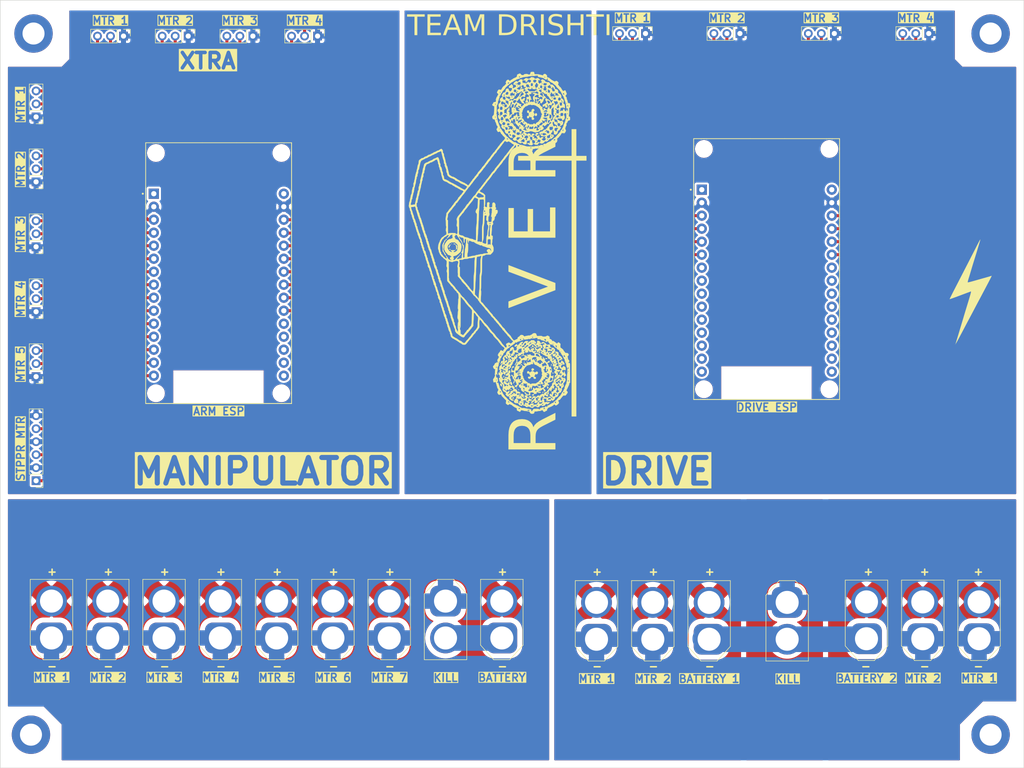
<source format=kicad_pcb>
(kicad_pcb (version 20240108) (generator "pcbnew") (generator_version "8.0")
  (layers (0 "F.Cu" signal) (31 "B.Cu" signal) (37 "F.SilkS" user "F.Silkscreen") (38 "B.Mask" user) (39 "F.Mask" user) (44 "Edge.Cuts" user))
  (net 0 "")
  (net 1 "PWMA3")
  (net 2 "DIRL1")
  (net 4 "DIRA5")
  (net 5 "PWMA4")
  (net 6 "DIRA3")
  (net 7 "PWML2")
  (net 8 "DIRL2")
  (net 9 "EXTRA DIRL1")
  (net 10 "PWML1")
  (net 11 "EXTRA PWMR2")
  (net 13 "DIRA4")
  (net 14 "PWMST2")
  (net 15 "PWMA5")
  (net 16 "GNDA")
  (net 18 "PWMST1")
  (net 20 "PWMA2")
  (net 21 "12V")
  (net 22 "EXTRA PWML2")
  (net 23 "14V")
  (net 24 "KILLOUT")
  (net 25 "GND")
  (net 26 "DIRA2")
  (net 27 "EXTRA PWML1")
  (net 28 "EXTRA DIRL2")
  (net 30 "PWMR1")
  (net 31 "PWMR2")
  (net 32 "DIRR2")
  (net 33 "DIRR1")
  (net 34 "DIRA1")
  (net 36 "PWMA1")
  (net 37 "EXTRA DIRR2")
  (net 39 "DIRST1")
  (net 40 "EXTRA DIRR1")
  (net 41 "EXTRA PWMR1")
  (net 62 "12V ARM")
  (net 63 "BAT GROUND")
  (net 64 "GND KILLIN")
  (net 65 "GNDESP")
  (footprint "Connector_PinHeader_2.54mm:PinHeader_1x03_P2.54mm_Vertical" (layer "F.Cu") (at 1101.466666 207.5 -90)
    (property "Reference" "MTR 3" (at -3 2.57 0) (layer "F.SilkS" knockout) (effects (font (size 1.5 1.5) (thickness 0.3))))
    (property "Value" "SINGMOTORPWMR1")
    (pad "1" thru_hole rect (at 0 0 270) (size 1.7 1.7) (drill 1) (layers "*.Cu" "*.Mask") (net 25 "GND"))
    (pad "2" thru_hole oval (at 0 2.54 270) (size 1.7 1.7) (drill 1) (layers "*.Cu" "*.Mask") (net 30 "PWMR1"))
    (pad "3" thru_hole oval (at 0 5.08 270) (size 1.7 1.7) (drill 1) (layers "*.Cu" "*.Mask") (net 33 "DIRR1"))
  )
  (footprint "LOGO" (layer "F.Cu") (at 1033.5 250 90)
    (property "Reference" "G***" (hide yes))
    (property "Value" "LOGO" (hide yes))
  )
  (footprint "Connector_AMASS:AMASS_XT60-F_1x02_P7.20mm_Vertical" (layer "F.Cu") (at 959.5 325.6 90)
    (property "Reference" "MTR 2" (at -7.75 0 0) (layer "F.SilkS" knockout) (effects (font (size 1.5 1.5) (thickness 0.3) (bold yes))))
    (property "Value" "CONN31")
    (pad "1" thru_hole roundrect (at 0 0 90) (size 6 6) (drill 4.5) (layers "*.Cu" "*.Mask") (net 16 "GNDA"))
    (pad "2" thru_hole circle (at 7.2 0 90) (size 6 6) (drill 4.5) (layers "*.Cu" "*.Mask") (net 62 "12V ARM"))
  )
  (footprint "Connector_PinHeader_2.54mm:PinHeader_1x03_P2.54mm_Vertical" (layer "F.Cu") (at 1119.915 207.5 -90)
    (property "Reference" "MTR 4" (at -3 2.57 0) (layer "F.SilkS" knockout) (effects (font (size 1.5 1.5) (thickness 0.3) (bold yes))))
    (property "Value" "SINGMOTORPWMR2")
    (pad "1" thru_hole rect (at 0 0 270) (size 1.7 1.7) (drill 1) (layers "*.Cu" "*.Mask") (net 25 "GND"))
    (pad "2" thru_hole oval (at 0 2.54 270) (size 1.7 1.7) (drill 1) (layers "*.Cu" "*.Mask") (net 31 "PWMR2"))
    (pad "3" thru_hole oval (at 0 5.08 270) (size 1.7 1.7) (drill 1) (layers "*.Cu" "*.Mask") (net 32 "DIRR2"))
  )
  (footprint "Connector_AMASS:AMASS_XT60-F_1x02_P7.20mm_Vertical" (layer "F.Cu") (at 1107.75 325.75 90)
    (property "Reference" "BATTERY 2" (at -7.75 0 0) (layer "F.SilkS" knockout) (effects (font (size 1.5 1.5) (thickness 0.3) (bold yes))))
    (property "Value" "BATTERY1")
    (pad "1" thru_hole roundrect (at 0 0 90) (size 6 6) (drill 4.5) (layers "*.Cu" "*.Mask") (net 63 "BAT GROUND"))
    (pad "2" thru_hole circle (at 7.2 0 90) (size 6 6) (drill 4.5) (layers "*.Cu" "*.Mask") (net 21 "12V"))
  )
  (footprint "Connector_PinHeader_2.54mm:PinHeader_1x03_P2.54mm_Vertical" (layer "F.Cu") (at 945.5 249.168 180)
    (property "Reference" "MTR 3" (at 3 2.396 -90) (layer "F.SilkS" knockout) (effects (font (size 1.5 1.5) (thickness 0.3) (bold yes))))
    (property "Value" "ARMMOTORPWM3")
    (pad "1" thru_hole rect (at 0 0 180) (size 1.7 1.7) (drill 1) (layers "*.Cu" "*.Mask") (net 65 "GNDESP"))
    (pad "2" thru_hole oval (at 0 2.54 180) (size 1.7 1.7) (drill 1) (layers "*.Cu" "*.Mask") (net 1 "PWMA3"))
    (pad "3" thru_hole oval (at 0 5.08 180) (size 1.7 1.7) (drill 1) (layers "*.Cu" "*.Mask") (net 6 "DIRA3"))
  )
  (footprint "Connector_AMASS:AMASS_XT60-F_1x02_P7.20mm_Vertical" (layer "F.Cu") (at 970.5 325.6 90)
    (property "Reference" "MTR 3" (at -7.75 0 0) (layer "F.SilkS" knockout) (effects (font (size 1.5 1.5) (thickness 0.3) (bold yes))))
    (property "Value" "CONN32")
    (pad "1" thru_hole roundrect (at 0 0 90) (size 6 6) (drill 4.5) (layers "*.Cu" "*.Mask") (net 16 "GNDA"))
    (pad "2" thru_hole circle (at 7.2 0 90) (size 6 6) (drill 4.5) (layers "*.Cu" "*.Mask") (net 62 "12V ARM"))
  )
  (footprint "Connector_PinHeader_2.54mm:PinHeader_1x03_P2.54mm_Vertical" (layer "F.Cu") (at 1083.018333 207.5 -90)
    (property "Reference" "MTR 2" (at -3 2.57 0) (layer "F.SilkS" knockout) (effects (font (size 1.5 1.5) (thickness 0.3) (bold yes))))
    (property "Value" "SINGMOTORPWML1")
    (pad "1" thru_hole rect (at 0 0 270) (size 1.7 1.7) (drill 1) (layers "*.Cu" "*.Mask") (net 25 "GND"))
    (pad "2" thru_hole oval (at 0 2.54 270) (size 1.7 1.7) (drill 1) (layers "*.Cu" "*.Mask") (net 10 "PWML1"))
    (pad "3" thru_hole oval (at 0 5.08 270) (size 1.7 1.7) (drill 1) (layers "*.Cu" "*.Mask") (net 2 "DIRL1"))
  )
  (footprint "Connector_PinHeader_2.54mm:PinHeader_1x03_P2.54mm_Vertical" (layer "F.Cu") (at 987.86 208 -90)
    (property "Reference" "MTR 3" (at -3 2.57 0) (layer "F.SilkS" knockout) (effects (font (size 1.5 1.5) (thickness 0.3) (bold yes))))
    (property "Value" "SINGMOTORPWML1")
    (pad "1" thru_hole rect (at 0 0 270) (size 1.7 1.7) (drill 1) (layers "*.Cu" "*.Mask") (net 65 "GNDESP"))
    (pad "2" thru_hole oval (at 0 2.54 270) (size 1.7 1.7) (drill 1) (layers "*.Cu" "*.Mask") (net 41 "EXTRA PWMR1"))
    (pad "3" thru_hole oval (at 0 5.08 270) (size 1.7 1.7) (drill 1) (layers "*.Cu" "*.Mask") (net 40 "EXTRA DIRR1"))
  )
  (footprint "Connector_AMASS:AMASS_XT60-F_1x02_P7.20mm_Vertical" (layer "F.Cu") (at 981.5 325.6 90)
    (property "Reference" "MTR 4" (at -7.75 0 0) (layer "F.SilkS" knockout) (effects (font (size 1.5 1.5) (thickness 0.3) (bold yes))))
    (property "Value" "STEPPERPOWER")
    (pad "1" thru_hole roundrect (at 0 0 90) (size 6 6) (drill 4.5) (layers "*.Cu" "*.Mask") (net 16 "GNDA"))
    (pad "2" thru_hole circle (at 7.2 0 90) (size 6 6) (drill 4.5) (layers "*.Cu" "*.Mask") (net 62 "12V ARM"))
  )
  (footprint "Connector_PinHeader_2.54mm:PinHeader_1x03_P2.54mm_Vertical" (layer "F.Cu") (at 1000.5 208 -90)
    (property "Reference" "MTR 4" (at -3 2.57 0) (layer "F.SilkS" knockout) (effects (font (size 1.5 1.5) (thickness 0.3) (bold yes))))
    (property "Value" "SINGMOTORPWML1")
    (pad "1" thru_hole rect (at 0 0 270) (size 1.7 1.7) (drill 1) (layers "*.Cu" "*.Mask") (net 65 "GNDESP"))
    (pad "2" thru_hole oval (at 0 2.54 270) (size 1.7 1.7) (drill 1) (layers "*.Cu" "*.Mask") (net 11 "EXTRA PWMR2"))
    (pad "3" thru_hole oval (at 0 5.08 270) (size 1.7 1.7) (drill 1) (layers "*.Cu" "*.Mask") (net 37 "EXTRA DIRR2"))
  )
  (footprint "Connector_AMASS:AMASS_XT60-F_1x02_P7.20mm_Vertical" (layer "F.Cu") (at 1066 325.85 90)
    (property "Reference" "MTR 2" (at -7.75 0 0) (layer "F.SilkS" knockout) (effects (font (size 1.5 1.5) (thickness 0.3) (bold yes))))
    (property "Value" "CONN21")
    (pad "1" thru_hole roundrect (at 0 0 90) (size 6 6) (drill 4.5) (layers "*.Cu" "*.Mask") (net 24 "KILLOUT"))
    (pad "2" thru_hole circle (at 7.2 0 90) (size 6 6) (drill 4.5) (layers "*.Cu" "*.Mask") (net 23 "14V"))
  )
  (footprint "Connector_PinHeader_2.54mm:PinHeader_1x03_P2.54mm_Vertical" (layer "F.Cu") (at 945.5 261.854 180)
    (property "Reference" "MTR 4" (at 3 2.396 -90) (layer "F.SilkS" knockout) (effects (font (size 1.5 1.5) (thickness 0.3) (bold yes))))
    (property "Value" "ARMMOTORPWM4")
    (pad "1" thru_hole rect (at 0 0 180) (size 1.7 1.7) (drill 1) (layers "*.Cu" "*.Mask") (net 65 "GNDESP"))
    (pad "2" thru_hole oval (at 0 2.54 180) (size 1.7 1.7) (drill 1) (layers "*.Cu" "*.Mask") (net 5 "PWMA4"))
    (pad "3" thru_hole oval (at 0 5.08 180) (size 1.7 1.7) (drill 1) (layers "*.Cu" "*.Mask") (net 13 "DIRA4"))
  )
  (footprint "Connector_AMASS:AMASS_XT60-F_1x02_P7.20mm_Vertical" (layer "F.Cu") (at 1014.5 325.6 90)
    (property "Reference" "MTR 7" (at -7.75 0 0) (layer "F.SilkS" knockout) (effects (font (size 1.5 1.5) (thickness 0.3) (bold yes))))
    (property "Value" "CONN33")
    (pad "1" thru_hole roundrect (at 0 0 90) (size 6 6) (drill 4.5) (layers "*.Cu" "*.Mask") (net 16 "GNDA"))
    (pad "2" thru_hole circle (at 7.2 0 90) (size 6 6) (drill 4.5) (layers "*.Cu" "*.Mask") (net 62 "12V ARM"))
  )
  (footprint "MountingHole:MountingHole_4.3mm_M4_DIN965_Pad" (layer "F.Cu") (at 944.5 344.5)
    (property "Reference" "H3" (hide yes))
    (property "Value" "MountingHole")
    (pad "1" thru_hole circle (at 0 0) (size 7.5 7.5) (drill 4.3) (layers "*.Cu" "*.Mask"))
  )
  (footprint "Connector_PinHeader_2.54mm:PinHeader_1x03_P2.54mm_Vertical" (layer "F.Cu") (at 945.5 236.482 180)
    (property "Reference" "MTR 2" (at 3 2.396 90) (layer "F.SilkS" knockout) (effects (font (size 1.5 1.5) (thickness 0.3) (bold yes))))
    (property "Value" "ARMMOTORPWM2")
    (pad "1" thru_hole rect (at 0 0 180) (size 1.7 1.7) (drill 1) (layers "*.Cu" "*.Mask") (net 65 "GNDESP"))
    (pad "2" thru_hole oval (at 0 2.54 180) (size 1.7 1.7) (drill 1) (layers "*.Cu" "*.Mask") (net 20 "PWMA2"))
    (pad "3" thru_hole oval (at 0 5.08 180) (size 1.7 1.7) (drill 1) (layers "*.Cu" "*.Mask") (net 26 "DIRA2"))
  )
  (footprint "ESP32-DEVKIT-V1:MODULE_ESP32_DEVKIT_V1" (layer "F.Cu") (at 981.2 254.315)
    (property "Reference" "ARM ESP" (at 0 27 0) (layer "F.SilkS" knockout) (effects (font (size 1.5 1.5) (thickness 0.3) (bold yes))))
    (property "Value" "ESP FOR ARM")
    (pad "" np_thru_hole circle (at -12.28 -23.475) (size 3 3) (drill 3) (layers "*.Cu" "*.Mask"))
    (pad "" np_thru_hole circle (at -12.28 23.475) (size 3 3) (drill 3) (layers "*.Cu" "*.Mask"))
    (pad "" np_thru_hole circle (at 12.23 -23.475) (size 3 3) (drill 3) (layers "*.Cu" "*.Mask"))
    (pad "" np_thru_hole circle (at 12.23 23.475) (size 3 3) (drill 3) (layers "*.Cu" "*.Mask"))
    (pad "1" thru_hole rect (at -12.7 -15.515) (size 2 2) (drill 1.02) (layers "*.Cu" "*.Mask"))
    (pad "2" thru_hole circle (at -12.7 -12.975) (size 2 2) (drill 1.02) (layers "*.Cu" "*.Mask") (net 65 "GNDESP"))
    (pad "3" thru_hole circle (at -12.7 -10.435) (size 2 2) (drill 1.02) (layers "*.Cu" "*.Mask") (net 34 "DIRA1"))
    (pad "4" thru_hole circle (at -12.7 -7.895) (size 2 2) (drill 1.02) (layers "*.Cu" "*.Mask") (net 36 "PWMA1"))
    (pad "5" thru_hole circle (at -12.7 -5.355) (size 2 2) (drill 1.02) (layers "*.Cu" "*.Mask") (net 26 "DIRA2"))
    (pad "6" thru_hole circle (at -12.7 -2.815) (size 2 2) (drill 1.02) (layers "*.Cu" "*.Mask") (net 20 "PWMA2"))
    (pad "7" thru_hole circle (at -12.7 -0.275) (size 2 2) (drill 1.02) (layers "*.Cu" "*.Mask") (net 6 "DIRA3"))
    (pad "8" thru_hole circle (at -12.7 2.265) (size 2 2) (drill 1.02) (layers "*.Cu" "*.Mask") (net 1 "PWMA3"))
    (pad "9" thru_hole circle (at -12.7 4.805) (size 2 2) (drill 1.02) (layers "*.Cu" "*.Mask") (net 13 "DIRA4"))
    (pad "10" thru_hole circle (at -12.7 7.345) (size 2 2) (drill 1.02) (layers "*.Cu" "*.Mask") (net 5 "PWMA4"))
    (pad "11" thru_hole circle (at -12.7 9.885) (size 2 2) (drill 1.02) (layers "*.Cu" "*.Mask") (net 4 "DIRA5"))
    (pad "12" thru_hole circle (at -12.7 12.425) (size 2 2) (drill 1.02) (layers "*.Cu" "*.Mask") (net 15 "PWMA5"))
    (pad "13" thru_hole circle (at -12.7 14.965) (size 2 2) (drill 1.02) (layers "*.Cu" "*.Mask") (net 18 "PWMST1"))
    (pad "14" thru_hole circle (at -12.7 17.505) (size 2 2) (drill 1.02) (layers "*.Cu" "*.Mask") (net 39 "DIRST1"))
    (pad "15" thru_hole circle (at -12.7 20.045) (size 2 2) (drill 1.02) (layers "*.Cu" "*.Mask") (net 14 "PWMST2"))
    (pad "16" thru_hole circle (at 12.7 20.045) (size 2 2) (drill 1.02) (layers "*.Cu" "*.Mask"))
    (pad "17" thru_hole circle (at 12.7 17.505) (size 2 2) (drill 1.02) (layers "*.Cu" "*.Mask"))
    (pad "18" thru_hole circle (at 12.7 14.965) (size 2 2) (drill 1.02) (layers "*.Cu" "*.Mask"))
    (pad "19" thru_hole circle (at 12.7 12.425) (size 2 2) (drill 1.02) (layers "*.Cu" "*.Mask"))
    (pad "20" thru_hole circle (at 12.7 9.885) (size 2 2) (drill 1.02) (layers "*.Cu" "*.Mask"))
    (pad "21" thru_hole circle (at 12.7 7.345) (size 2 2) (drill 1.02) (layers "*.Cu" "*.Mask") (net 11 "EXTRA PWMR2"))
    (pad "22" thru_hole circle (at 12.7 4.805) (size 2 2) (drill 1.02) (layers "*.Cu" "*.Mask") (net 37 "EXTRA DIRR2"))
    (pad "23" thru_hole circle (at 12.7 2.265) (size 2 2) (drill 1.02) (layers "*.Cu" "*.Mask") (net 41 "EXTRA PWMR1"))
    (pad "24" thru_hole circle (at 12.7 -0.275) (size 2 2) (drill 1.02) (layers "*.Cu" "*.Mask") (net 40 "EXTRA DIRR1"))
    (pad "25" thru_hole circle (at 12.7 -2.815) (size 2 2) (drill 1.02) (layers "*.Cu" "*.Mask") (net 22 "EXTRA PWML2"))
    (pad "26" thru_hole circle (at 12.7 -5.355) (size 2 2) (drill 1.02) (layers "*.Cu" "*.Mask") (net 28 "EXTRA DIRL2"))
    (pad "27" thru_hole circle (at 12.7 -7.895) (size 2 2) (drill 1.02) (layers "*.Cu" "*.Mask") (net 27 "EXTRA PWML1"))
    (pad "28" thru_hole circle (at 12.7 -10.435) (size 2 2) (drill 1.02) (layers "*.Cu" "*.Mask") (net 9 "EXTRA DIRL1"))
    (pad "29" thru_hole circle (at 12.7 -12.975) (size 2 2) (drill 1.02) (layers "*.Cu" "*.Mask") (net 65 "GNDESP"))
    (pad "30" thru_hole circle (at 12.7 -15.515) (size 2 2) (drill 1.02) (layers "*.Cu" "*.Mask"))
    (zone (net 0) (net_name "") (layer "F.Cu") (connect_pads (clearance 0)) (min_thickness 0.01)
      (keepout (tracks not_allowed) (vias not_allowed) (pads not_allowed) (copperpour not_allowed) (footprints allowed))
      (fill (thermal_gap 0.508) (thermal_bridge_width 0.508))
      (polygon (pts (xy 972.29 273.3) (xy 989.98 273.3) (xy 989.98 279.79) (xy 972.29 279.79)))
    )
    (zone (net 0) (net_name "") (layer "B.Cu") (connect_pads (clearance 0)) (min_thickness 0.01)
      (keepout (tracks not_allowed) (vias not_allowed) (pads not_allowed) (copperpour not_allowed) (footprints allowed))
      (fill (thermal_gap 0.508) (thermal_bridge_width 0.508))
      (polygon (pts (xy 972.29 273.3) (xy 989.98 273.3) (xy 989.98 279.79) (xy 972.29 279.79)))
    )
  )
  (footprint "Connector_PinHeader_2.54mm:PinHeader_1x06_P2.54mm_Vertical" (layer "F.Cu") (at 945.5 294.876 180)
    (property "Reference" "STPPR MTR" (at 3 6.276 -90) (layer "F.SilkS" knockout) (effects (font (size 1.5 1.5) (thickness 0.3) (bold yes))))
    (property "Value" "ARMSTEPPER1")
    (pad "1" thru_hole rect (at 0 0 180) (size 1.7 1.7) (drill 1) (layers "*.Cu" "*.Mask") (net 14 "PWMST2"))
    (pad "2" thru_hole oval (at 0 2.54 180) (size 1.7 1.7) (drill 1) (layers "*.Cu" "*.Mask") (net 65 "GNDESP"))
    (pad "3" thru_hole oval (at 0 5.08 180) (size 1.7 1.7) (drill 1) (layers "*.Cu" "*.Mask") (net 39 "DIRST1"))
    (pad "4" thru_hole oval (at 0 7.62 180) (size 1.7 1.7) (drill 1) (layers "*.Cu" "*.Mask") (net 65 "GNDESP"))
    (pad "5" thru_hole oval (at 0 10.16 180) (size 1.7 1.7) (drill 1) (layers "*.Cu" "*.Mask") (net 18 "PWMST1"))
    (pad "6" thru_hole oval (at 0 12.7 180) (size 1.7 1.7) (drill 1) (layers "*.Cu" "*.Mask") (net 65 "GNDESP"))
  )
  (footprint "MountingHole:MountingHole_4.3mm_M4_DIN965_Pad" (layer "F.Cu") (at 945 207.5)
    (property "Reference" "H1" (hide yes))
    (property "Value" "MountingHole")
    (pad "1" thru_hole circle (at 0 0) (size 7.5 7.5) (drill 4.3) (layers "*.Cu" "*.Mask"))
  )
  (footprint "Connector_AMASS:AMASS_XT60-F_1x02_P7.20mm_Vertical" (layer "F.Cu") (at 1003.5 325.6 90)
    (property "Reference" "MTR 6" (at -7.75 0 0) (layer "F.SilkS" knockout) (effects (font (size 1.5 1.5) (thickness 0.3) (bold yes))))
    (property "Value" "CONN35")
    (pad "1" thru_hole roundrect (at 0 0 90) (size 6 6) (drill 4.5) (layers "*.Cu" "*.Mask") (net 16 "GNDA"))
    (pad "2" thru_hole circle (at 7.2 0 90) (size 6 6) (drill 4.5) (layers "*.Cu" "*.Mask") (net 62 "12V ARM"))
  )
  (footprint "Connector_AMASS:AMASS_XT60-F_1x02_P7.20mm_Vertical" (layer "F.Cu") (at 1077 325.85 90)
    (property "Reference" "BATTERY 1" (at -7.75 0 0) (layer "F.SilkS" knockout) (effects (font (size 1.5 1.5) (thickness 0.3) (bold yes))))
    (property "Value" "BATTERY2")
    (pad "1" thru_hole roundrect (at 0 0 90) (size 6 6) (drill 4.5) (layers "*.Cu" "*.Mask") (net 63 "BAT GROUND"))
    (pad "2" thru_hole circle (at 7.2 0 90) (size 6 6) (drill 4.5) (layers "*.Cu" "*.Mask") (net 23 "14V"))
  )
  (footprint "LOGO" (layer "F.Cu") (at 1126.922384 257.014397)
    (property "Reference" "G***" (hide yes))
    (property "Value" "LOGO" (hide yes))
  )
  (footprint "Connector_AMASS:AMASS_XT60-F_1x02_P7.20mm_Vertical" (layer "F.Cu") (at 1055 325.85 90)
    (property "Reference" "MTR 1" (at -7.75 0 0) (layer "F.SilkS" knockout) (effects (font (size 1.5 1.5) (thickness 0.3) (bold yes))))
    (property "Value" "CONN22")
    (pad "1" thru_hole roundrect (at 0 0 90) (size 6 6) (drill 4.5) (layers "*.Cu" "*.Mask") (net 24 "KILLOUT"))
    (pad "2" thru_hole circle (at 7.2 0 90) (size 6 6) (drill 4.5) (layers "*.Cu" "*.Mask") (net 23 "14V"))
  )
  (footprint "Connector_AMASS:AMASS_XT60-F_1x02_P7.20mm_Vertical" (layer "F.Cu") (at 1036.5 325.6 90)
    (property "Reference" "BATTERY" (at -7.75 0 0) (layer "F.SilkS" knockout) (effects (font (size 1.5 1.5) (thickness 0.3) (bold yes))))
    (property "Value" "BATTERY3")
    (pad "1" thru_hole roundrect (at 0 0 90) (size 6 6) (drill 4.5) (layers "*.Cu" "*.Mask") (net 64 "GND KILLIN"))
    (pad "2" thru_hole circle (at 7.2 0 90) (size 6 6) (drill 4.5) (layers "*.Cu" "*.Mask") (net 62 "12V ARM"))
  )
  (footprint "Connector_PinHeader_2.54mm:PinHeader_1x03_P2.54mm_Vertical" (layer "F.Cu") (at 962.58 208 -90)
    (property "Reference" "MTR 1" (at -3 2.57 0) (layer "F.SilkS" knockout) (effects (font (size 1.5 1.5) (thickness 0.3) (bold yes))))
    (property "Value" "SINGMOTORPWML1")
    (pad "1" thru_hole rect (at 0 0 270) (size 1.7 1.7) (drill 1) (layers "*.Cu" "*.Mask") (net 65 "GNDESP"))
    (pad "2" thru_hole oval (at 0 2.54 270) (size 1.7 1.7) (drill 1) (layers "*.Cu" "*.Mask") (net 27 "EXTRA PWML1"))
    (pad "3" thru_hole oval (at 0 5.08 270) (size 1.7 1.7) (drill 1) (layers "*.Cu" "*.Mask") (net 9 "EXTRA DIRL1"))
  )
  (footprint "ESP32-DEVKIT-V1:MODULE_ESP32_DEVKIT_V1" (layer "F.Cu") (at 1088.27 253.525)
    (property "Reference" "DRIVE ESP" (at 0 27 0) (layer "F.SilkS" knockout) (effects (font (size 1.5 1.5) (thickness 0.3) (bold yes))))
    (property "Value" "ESP FOR DRIVE")
    (pad "" np_thru_hole circle (at -12.28 -23.475) (size 3 3) (drill 3) (layers "*.Cu" "*.Mask"))
    (pad "" np_thru_hole circle (at -12.28 23.475) (size 3 3) (drill 3) (layers "*.Cu" "*.Mask"))
    (pad "" np_thru_hole circle (at 12.23 -23.475) (size 3 3) (drill 3) (layers "*.Cu" "*.Mask"))
    (pad "" np_thru_hole circle (at 12.23 23.475) (size 3 3) (drill 3) (layers "*.Cu" "*.Mask"))
    (pad "1" thru_hole rect (at -12.7 -15.515) (size 2 2) (drill 1.02) (layers "*.Cu" "*.Mask"))
    (pad "2" thru_hole circle (at -12.7 -12.975) (size 2 2) (drill 1.02) (layers "*.Cu" "*.Mask") (net 25 "GND"))
    (pad "3" thru_hole circle (at -12.7 -10.435) (size 2 2) (drill 1.02) (layers "*.Cu" "*.Mask") (net 10 "PWML1"))
    (pad "4" thru_hole circle (at -12.7 -7.895) (size 2 2) (drill 1.02) (layers "*.Cu" "*.Mask") (net 2 "DIRL1"))
    (pad "5" thru_hole circle (at -12.7 -5.355) (size 2 2) (drill 1.02) (layers "*.Cu" "*.Mask") (net 7 "PWML2"))
    (pad "6" thru_hole circle (at -12.7 -2.815) (size 2 2) (drill 1.02) (layers "*.Cu" "*.Mask") (net 8 "DIRL2"))
    (pad "7" thru_hole circle (at -12.7 -0.275) (size 2 2) (drill 1.02) (layers "*.Cu" "*.Mask"))
    (pad "8" thru_hole circle (at -12.7 2.265) (size 2 2) (drill 1.02) (layers "*.Cu" "*.Mask"))
    (pad "9" thru_hole circle (at -12.7 4.805) (size 2 2) (drill 1.02) (layers "*.Cu" "*.Mask"))
    (pad "10" thru_hole circle (at -12.7 7.345) (size 2 2) (drill 1.02) (layers "*.Cu" "*.Mask"))
    (pad "11" thru_hole circle (at -12.7 9.885) (size 2 2) (drill 1.02) (layers "*.Cu" "*.Mask"))
    (pad "12" thru_hole circle (at -12.7 12.425) (size 2 2) (drill 1.02) (layers "*.Cu" "*.Mask"))
    (pad "13" thru_hole circle (at -12.7 14.965) (size 2 2) (drill 1.02) (layers "*.Cu" "*.Mask"))
    (pad "14" thru_hole circle (at -12.7 17.505) (size 2 2) (drill 1.02) (layers "*.Cu" "*.Mask"))
    (pad "15" thru_hole circle (at -12.7 20.045) (size 2 2) (drill 1.02) (layers "*.Cu" "*.Mask"))
    (pad "16" thru_hole circle (at 12.7 20.045) (size 2 2) (drill 1.02) (layers "*.Cu" "*.Mask"))
    (pad "17" thru_hole circle (at 12.7 17.505) (size 2 2) (drill 1.02) (layers "*.Cu" "*.Mask"))
    (pad "18" thru_hole circle (at 12.7 14.965) (size 2 2) (drill 1.02) (layers "*.Cu" "*.Mask"))
    (pad "19" thru_hole circle (at 12.7 12.425) (size 2 2) (drill 1.02) (layers "*.Cu" "*.Mask"))
    (pad "20" thru_hole circle (at 12.7 9.885) (size 2 2) (drill 1.02) (layers "*.Cu" "*.Mask"))
    (pad "21" thru_hole circle (at 12.7 7.345) (size 2 2) (drill 1.02) (layers "*.Cu" "*.Mask"))
    (pad "22" thru_hole circle (at 12.7 4.805) (size 2 2) (drill 1.02) (layers "*.Cu" "*.Mask"))
    (pad "23" thru_hole circle (at 12.7 2.265) (size 2 2) (drill 1.02) (layers "*.Cu" "*.Mask"))
    (pad "24" thru_hole circle (at 12.7 -0.275) (size 2 2) (drill 1.02) (layers "*.Cu" "*.Mask"))
    (pad "25" thru_hole circle (at 12.7 -2.815) (size 2 2) (drill 1.02) (layers "*.Cu" "*.Mask") (net 31 "PWMR2"))
    (pad "26" thru_hole circle (at 12.7 -5.355) (size 2 2) (drill 1.02) (layers "*.Cu" "*.Mask") (net 32 "DIRR2"))
    (pad "27" thru_hole circle (at 12.7 -7.895) (size 2 2) (drill 1.02) (layers "*.Cu" "*.Mask") (net 30 "PWMR1"))
    (pad "28" thru_hole circle (at 12.7 -10.435) (size 2 2) (drill 1.02) (layers "*.Cu" "*.Mask") (net 33 "DIRR1"))
    (pad "29" thru_hole circle (at 12.7 -12.975) (size 2 2) (drill 1.02) (layers "*.Cu" "*.Mask") (net 25 "GND"))
    (pad "30" thru_hole circle (at 12.7 -15.515) (size 2 2) (drill 1.02) (layers "*.Cu" "*.Mask"))
    (zone (net 0) (net_name "") (layer "F.Cu") (connect_pads (clearance 0)) (min_thickness 0.01)
      (keepout (tracks not_allowed) (vias not_allowed) (pads not_allowed) (copperpour not_allowed) (footprints allowed))
      (fill (thermal_gap 0.508) (thermal_bridge_width 0.508))
      (polygon (pts (xy 1079.36 272.51) (xy 1097.05 272.51) (xy 1097.05 279) (xy 1079.36 279)))
    )
    (zone (net 0) (net_name "") (layer "B.Cu") (connect_pads (clearance 0)) (min_thickness 0.01)
      (keepout (tracks not_allowed) (vias not_allowed) (pads not_allowed) (copperpour not_allowed) (footprints allowed))
      (fill (thermal_gap 0.508) (thermal_bridge_width 0.508))
      (polygon (pts (xy 1079.36 272.51) (xy 1097.05 272.51) (xy 1097.05 279) (xy 1079.36 279)))
    )
  )
  (footprint "Connector_AMASS:AMASS_XT60-F_1x02_P7.20mm_Vertical" (layer "F.Cu") (at 992.5 325.6 90)
    (property "Reference" "MTR 5" (at -7.75 0 0) (layer "F.SilkS" knockout) (effects (font (size 1.5 1.5) (thickness 0.3) (bold yes))))
    (property "Value" "CONN34")
    (pad "1" thru_hole roundrect (at 0 0 90) (size 6 6) (drill 4.5) (layers "*.Cu" "*.Mask") (net 16 "GNDA"))
    (pad "2" thru_hole circle (at 7.2 0 90) (size 6 6) (drill 4.5) (layers "*.Cu" "*.Mask") (net 62 "12V ARM"))
  )
  (footprint "Connector_AMASS:AMASS_XT60-F_1x02_P7.20mm_Vertical" (layer "F.Cu") (at 1025.5 318.4 -90)
    (property "Reference" "KILL" (at 15 0 0) (layer "F.SilkS" knockout) (effects (font (size 1.5 1.5) (thickness 0.3) (bold yes))))
    (property "Value" "KILL TERMINAL ARM")
    (pad "1" thru_hole roundrect (at 0 0 270) (size 6 6) (drill 4.5) (layers "*.Cu" "*.Mask") (net 16 "GNDA"))
    (pad "2" thru_hole circle (at 7.2 0 270) (size 6 6) (drill 4.5) (layers "*.Cu" "*.Mask") (net 64 "GND KILLIN"))
  )
  (footprint "Connector_AMASS:AMASS_XT60-F_1x02_P7.20mm_Vertical" (layer "F.Cu") (at 1129.75 325.75 90)
    (property "Reference" "MTR 1" (at -7.75 0 0) (layer "F.SilkS" knockout) (effects (font (size 1.5 1.5) (thickness 0.3) (bold yes))))
    (property "Value" "CONN11")
    (pad "1" thru_hole roundrect (at 0 0 90) (size 6 6) (drill 4.5) (layers "*.Cu" "*.Mask") (net 24 "KILLOUT"))
    (pad "2" thru_hole circle (at 7.2 0 90) (size 6 6) (drill 4.5) (layers "*.Cu" "*.Mask") (net 21 "12V"))
  )
  (footprint "Connector_AMASS:AMASS_XT60-F_1x02_P7.20mm_Vertical" (layer "F.Cu") (at 1118.75 325.75 90)
    (property "Reference" "MTR 2" (at -7.75 0 0) (layer "F.SilkS" knockout) (effects (font (size 1.5 1.5) (thickness 0.3) (bold yes))))
    (property "Value" "CONN12")
    (pad "1" thru_hole roundrect (at 0 0 90) (size 6 6) (drill 4.5) (layers "*.Cu" "*.Mask") (net 24 "KILLOUT"))
    (pad "2" thru_hole circle (at 7.2 0 90) (size 6 6) (drill 4.5) (layers "*.Cu" "*.Mask") (net 21 "12V"))
  )
  (footprint "Connector_AMASS:AMASS_XT60-F_1x02_P7.20mm_Vertical" (layer "F.Cu") (at 1092.25 318.65 -90)
    (property "Reference" "KILL" (at 15 0 0) (layer "F.SilkS" knockout) (effects (font (size 1.5 1.5) (thickness 0.3) (bold yes))))
    (property "Value" "KILL TERMINAL DRIVE")
    (pad "1" thru_hole roundrect (at 0 0 270) (size 6 6) (drill 4.5) (layers "*.Cu" "*.Mask") (net 24 "KILLOUT"))
    (pad "2" thru_hole circle (at 7.2 0 270) (size 6 6) (drill 4.5) (layers "*.Cu" "*.Mask") (net 63 "BAT GROUND"))
  )
  (footprint "Connector_AMASS:AMASS_XT60-F_1x02_P7.20mm_Vertical" (layer "F.Cu") (at 948.511108 325.6 90)
    (property "Reference" "MTR 1" (at -7.75 0 0) (layer "F.SilkS" knockout) (effects (font (size 1.5 1.5) (thickness 0.3) (bold yes))))
    (property "Value" "CONN36")
    (pad "1" thru_hole roundrect (at 0 0 90) (size 6 6) (drill 4.5) (layers "*.Cu" "*.Mask") (net 16 "GNDA"))
    (pad "2" thru_hole circle (at 7.2 0 90) (size 6 6) (drill 4.5) (layers "*.Cu" "*.Mask") (net 62 "12V ARM"))
  )
  (footprint "MountingHole:MountingHole_4.3mm_M4_DIN965_Pad" (layer "F.Cu") (at 1132 207.5)
    (property "Reference" "H4" (hide yes))
    (property "Value" "MountingHole")
    (pad "1" thru_hole circle (at 0 0) (size 7.5 7.5) (drill 4.3) (layers "*.Cu" "*.Mask"))
  )
  (footprint "Connector_PinHeader_2.54mm:PinHeader_1x03_P2.54mm_Vertical" (layer "F.Cu") (at 945.5 274.54 180)
    (property "Reference" "MTR 5" (at 3 2.396 -90) (layer "F.SilkS" knockout) (effects (font (size 1.5 1.5) (thickness 0.3) (bold yes))))
    (property "Value" "ARMMOTORPWM5")
    (pad "1" thru_hole rect (at 0 0 180) (size 1.7 1.7) (drill 1) (layers "*.Cu" "*.Mask") (net 65 "GNDESP"))
    (pad "2" thru_hole oval (at 0 2.54 180) (size 1.7 1.7) (drill 1) (layers "*.Cu" "*.Mask") (net 15 "PWMA5"))
    (pad "3" thru_hole oval (at 0 5.08 180) (size 1.7 1.7) (drill 1) (layers "*.Cu" "*.Mask") (net 4 "DIRA5"))
  )
  (footprint "Connector_PinHeader_2.54mm:PinHeader_1x03_P2.54mm_Vertical" (layer "F.Cu") (at 975.22 208 -90)
    (property "Reference" "MTR 2" (at -3 2.57 0) (layer "F.SilkS" knockout) (effects (font (size 1.5 1.5) (thickness 0.3) (bold yes))))
    (property "Value" "SINGMOTORPWML1")
    (pad "1" thru_hole rect (at 0 0 270) (size 1.7 1.7) (drill 1) (layers "*.Cu" "*.Mask") (net 65 "GNDESP"))
    (pad "2" thru_hole oval (at 0 2.54 270) (size 1.7 1.7) (drill 1) (layers "*.Cu" "*.Mask") (net 22 "EXTRA PWML2"))
    (pad "3" thru_hole oval (at 0 5.08 270) (size 1.7 1.7) (drill 1) (layers "*.Cu" "*.Mask") (net 28 "EXTRA DIRL2"))
  )
  (footprint "MountingHole:MountingHole_4.3mm_M4_DIN965_Pad" (layer "F.Cu") (at 1132 344.5)
    (property "Reference" "H2" (hide yes))
    (property "Value" "MountingHole")
    (pad "1" thru_hole circle (at 0 0) (size 7.5 7.5) (drill 4.3) (layers "*.Cu" "*.Mask"))
  )
  (footprint "Connector_PinHeader_2.54mm:PinHeader_1x03_P2.54mm_Vertical" (layer "F.Cu") (at 945.5 223.796 180)
    (property "Reference" "MTR 1" (at 3 2.396 -90) (layer "F.SilkS" knockout) (effects (font (size 1.5 1.5) (thickness 0.3) (bold yes))))
    (property "Value" "ARMMOTORPWM1")
    (pad "1" thru_hole rect (at 0 0 180) (size 1.7 1.7) (drill 1) (layers "*.Cu" "*.Mask") (net 65 "GNDESP"))
    (pad "2" thru_hole oval (at 0 2.54 180) (size 1.7 1.7) (drill 1) (layers "*.Cu" "*.Mask") (net 36 "PWMA1"))
    (pad "3" thru_hole oval (at 0 5.08 180) (size 1.7 1.7) (drill 1) (layers "*.Cu" "*.Mask") (net 34 "DIRA1"))
  )
  (footprint "Connector_PinHeader_2.54mm:PinHeader_1x03_P2.54mm_Vertical" (layer "F.Cu") (at 1064.57 207.5 -90)
    (property "Reference" "MTR 1" (at -3 2.57 0) (layer "F.SilkS" knockout) (effects (font (size 1.5 1.5) (thickness 0.3) (bold yes))))
    (property "Value" "SINGMOTORPWML2")
    (pad "1" thru_hole rect (at 0 0 270) (size 1.7 1.7) (drill 1) (layers "*.Cu" "*.Mask") (net 25 "GND"))
    (pad "2" thru_hole oval (at 0 2.54 270) (size 1.7 1.7) (drill 1) (layers "*.Cu" "*.Mask") (net 7 "PWML2"))
    (pad "3" thru_hole oval (at 0 5.08 270) (size 1.7 1.7) (drill 1) (layers "*.Cu" "*.Mask") (net 8 "DIRL2"))
  )
  (gr_rect (start 938.5 201) (end 1138.5 351) (stroke (width 0.1)) (fill none) (layer "Edge.Cuts"))
  (gr_text "-" (at 947.5 332 0) (layer "F.SilkS") (effects (font (size 1.5 1.5) (thickness 0.3) (bold yes)) (justify left bottom)))
  (gr_text "-" (at 969.5 332 0) (layer "F.SilkS") (effects (font (size 1.5 1.5) (thickness 0.3) (bold yes)) (justify left bottom)))
  (gr_text "MANIPULATOR" (at 964 296 0) (layer "F.SilkS" knockout) (effects (font (size 5 5) (thickness 1) (bold yes)) (justify left bottom)))
  (gr_text "+" (at 1107 313.5 0) (layer "F.SilkS") (effects (font (size 1.5 1.5) (thickness 0.3) (bold yes)) (justify left bottom)))
  (gr_text "DRIVE" (at 1055.5 296 0) (layer "F.SilkS" knockout) (effects (font (size 5 5) (thickness 1) (bold yes)) (justify left bottom)))
  (gr_text "-" (at 1013.5 332 0) (layer "F.SilkS") (effects (font (size 1.5 1.5) (thickness 0.3) (bold yes)) (justify left bottom)))
  (gr_text "-" (at 1076 332 0) (layer "F.SilkS") (effects (font (size 1.5 1.5) (thickness 0.3) (bold yes)) (justify left bottom)))
  (gr_text "+" (at 1002.5 313.5 0) (layer "F.SilkS") (effects (font (size 1.5 1.5) (thickness 0.3) (bold yes)) (justify left bottom)))
  (gr_text "TEAM DRISHTI" (at 1018 208.5 0) (layer "F.SilkS") (effects (font (size 4 4) (thickness 0.1)) (justify left bottom)))
  (gr_text "-" (at 1065 332 0) (layer "F.SilkS") (effects (font (size 1.5 1.5) (thickness 0.3) (bold yes)) (justify left bottom)))
  (gr_text "-" (at 1128.5 332 0) (layer "F.SilkS") (effects (font (size 1.5 1.5) (thickness 0.3) (bold yes)) (justify left bottom)))
  (gr_text "-" (at 1054 332 0) (layer "F.SilkS") (effects (font (size 1.5 1.5) (thickness 0.3) (bold yes)) (justify left bottom)))
  (gr_text "-" (at 980.5 332 0) (layer "F.SilkS") (effects (font (size 1.5 1.5) (thickness 0.3) (bold yes)) (justify left bottom)))
  (gr_text "+" (at 1013.5 313.5 0) (layer "F.SilkS") (effects (font (size 1.5 1.5) (thickness 0.3) (bold yes)) (justify left bottom)))
  (gr_text "+" (at 1054 313.5 0) (layer "F.SilkS") (effects (font (size 1.5 1.5) (thickness 0.3) (bold yes)) (justify left bottom)))
  (gr_text "-" (at 1035.5 332 0) (layer "F.SilkS") (effects (font (size 1.5 1.5) (thickness 0.3) (bold yes)) (justify left bottom)))
  (gr_text "-" (at 1002.5 332 0) (layer "F.SilkS") (effects (font (size 1.5 1.5) (thickness 0.3) (bold yes)) (justify left bottom)))
  (gr_text "+" (at 958.5 313.5 0) (layer "F.SilkS") (effects (font (size 1.5 1.5) (thickness 0.3) (bold yes)) (justify left bottom)))
  (gr_text "+" (at 969.5 313.5 0) (layer "F.SilkS") (effects (font (size 1.5 1.5) (thickness 0.3) (bold yes)) (justify left bottom)))
  (gr_text "-" (at 958.5 332 0) (layer "F.SilkS") (effects (font (size 1.5 1.5) (thickness 0.3) (bold yes)) (justify left bottom)))
  (gr_text "+" (at 947.5 313.5 0) (layer "F.SilkS") (effects (font (size 1.5 1.5) (thickness 0.3) (bold yes)) (justify left bottom)))
  (gr_text "+" (at 980.5 313.5 0) (layer "F.SilkS") (effects (font (size 1.5 1.5) (thickness 0.3) (bold yes)) (justify left bottom)))
  (gr_text "+" (at 1035.5 313.5 0) (layer "F.SilkS") (effects (font (size 1.5 1.5) (thickness 0.3) (bold yes)) (justify left bottom)))
  (gr_text "+" (at 991.5 313.5 0) (layer "F.SilkS") (effects (font (size 1.5 1.5) (thickness 0.3) (bold yes)) (justify left bottom)))
  (gr_text "+" (at 1118 313.5 0) (layer "F.SilkS") (effects (font (size 1.5 1.5) (thickness 0.3) (bold yes)) (justify left bottom)))
  (gr_text "R     V E R" (at 1048.5 290 90) (layer "F.SilkS") (effects (font (size 9 9) (thickness 0.1)) (justify left bottom)))
  (gr_text "-" (at 991.5 332 0) (layer "F.SilkS") (effects (font (size 1.5 1.5) (thickness 0.3) (bold yes)) (justify left bottom)))
  (gr_text "+" (at 1076 313.5 0) (layer "F.SilkS") (effects (font (size 1.5 1.5) (thickness 0.3) (bold yes)) (justify left bottom)))
  (gr_text "XTRA" (at 973.2 214.6 0) (layer "F.SilkS" knockout) (effects (font (size 3 3) (thickness 0.7) (bold yes)) (justify left bottom)))
  (gr_text "+" (at 1065 313.5 0) (layer "F.SilkS") (effects (font (size 1.5 1.5) (thickness 0.3) (bold yes)) (justify left bottom)))
  (gr_text "-" (at 1106.5 332 0) (layer "F.SilkS") (effects (font (size 1.5 1.5) (thickness 0.3) (bold yes)) (justify left bottom)))
  (gr_text "+" (at 1128.5 313.5 0) (layer "F.SilkS") (effects (font (size 1.5 1.5) (thickness 0.3) (bold yes)) (justify left bottom)))
  (gr_text "-" (at 1118 332 0) (layer "F.SilkS") (effects (font (size 1.5 1.5) (thickness 0.3) (bold yes)) (justify left bottom)))
  (segment (start 965.08 256.58) (end 968.5 256.58) (width 0.6) (layer "F.Cu") (net 1))
  (segment (start 945.5 246.628) (end 955.128 246.628) (width 0.6) (layer "F.Cu") (net 1))
  (segment (start 955.128 246.628) (end 965.08 256.58) (width 0.6) (layer "F.Cu") (net 1))
  (segment (start 1067.7 245.63) (end 1075.57 245.63) (width 0.6) (layer "F.Cu") (net 2))
  (segment (start 1064.57 242.5) (end 1067.7 245.63) (width 0.6) (layer "F.Cu") (net 2))
  (segment (start 1077.938333 207.5) (end 1077.938333 211.061667) (width 0.6) (layer "F.Cu") (net 2))
  (segment (start 1077.938333 211.061667) (end 1064.57 224.43) (width 0.6) (layer "F.Cu") (net 2))
  (segment (start 1064.57 224.43) (end 1064.57 242.5) (width 0.6) (layer "F.Cu") (net 2))
  (segment (start 958.8 264.2) (end 968.5 264.2) (width 0.6) (layer "F.Cu") (net 4))
  (segment (start 953.54 269.46) (end 958.8 264.2) (width 0.6) (layer "F.Cu") (net 4))
  (segment (start 945.5 269.46) (end 953.54 269.46) (width 0.6) (layer "F.Cu") (net 4))
  (segment (start 964.16 261.66) (end 968.5 261.66) (width 0.6) (layer "F.Cu") (net 5))
  (segment (start 961.814 259.314) (end 964.16 261.66) (width 0.6) (layer "F.Cu") (net 5))
  (segment (start 945.5 259.314) (end 961.814 259.314) (width 0.6) (layer "F.Cu") (net 5))
  (segment (start 965.54 254.04) (end 968.5 254.04) (width 0.6) (layer "F.Cu") (net 6))
  (segment (start 955.588 244.088) (end 965.54 254.04) (width 0.6) (layer "F.Cu") (net 6))
  (segment (start 945.5 244.088) (end 955.588 244.088) (width 0.6) (layer "F.Cu") (net 6))
  (segment (start 945.5 244.088) (end 945.708 244.296) (width 0.6) (layer "F.Cu") (net 6))
  (segment (start 1066.74 248.17) (end 1075.57 248.17) (width 0.6) (layer "F.Cu") (net 7))
  (segment (start 1062.03 243.46) (end 1066.74 248.17) (width 0.6) (layer "F.Cu") (net 7))
  (segment (start 1062.03 207.5) (end 1062.03 243.46) (width 0.6) (layer "F.Cu") (net 7))
  (segment (start 1059.49 244.42) (end 1065.78 250.71) (width 0.6) (layer "F.Cu") (net 8))
  (segment (start 1059.49 207.5) (end 1059.49 244.42) (width 0.6) (layer "F.Cu") (net 8))
  (segment (start 1065.78 250.71) (end 1075.57 250.71) (width 0.6) (layer "F.Cu") (net 8))
  (segment (start 997 228) (end 995 226) (width 0.6) (layer "F.Cu") (net 9))
  (segment (start 993.9 243.88) (end 995.62 243.88) (width 0.6) (layer "F.Cu") (net 9))
  (segment (start 995.62 243.88) (end 997 242.5) (width 0.6) (layer "F.Cu") (net 9))
  (segment (start 994.02 244) (end 993.9 243.88) (width 0.6) (layer "F.Cu") (net 9))
  (segment (start 957.5 222.5) (end 957.5 208) (width 0.6) (layer "F.Cu") (net 9))
  (segment (start 997 242.5) (end 997 228) (width 0.6) (layer "F.Cu") (net 9))
  (segment (start 961 226) (end 957.5 222.5) (width 0.6) (layer "F.Cu") (net 9))
  (segment (start 995 226) (end 961 226) (width 0.6) (layer "F.Cu") (net 9))
  (segment (start 1075.57 243.09) (end 1068.66 243.09) (width 0.6) (layer "F.Cu") (net 10))
  (segment (start 1067.07 224.93) (end 1080.478333 211.521667) (width 0.6) (layer "F.Cu") (net 10))
  (segment (start 1067.07 241.5) (end 1067.07 224.93) (width 0.6) (layer "F.Cu") (net 10))
  (segment (start 1068.66 243.09) (end 1067.07 241.5) (width 0.6) (layer "F.Cu") (net 10))
  (segment (start 1080.478333 211.521667) (end 1080.478333 207.5) (width 0.6) (layer "F.Cu") (net 10))
  (segment (start 1008.84 261.66) (end 993.9 261.66) (width 0.6) (layer "F.Cu") (net 11))
  (segment (start 1014.5 216.5) (end 1014.5 256) (width 0.6) (layer "F.Cu") (net 11))
  (segment (start 1014.5 256) (end 1008.84 261.66) (width 0.6) (layer "F.Cu") (net 11))
  (segment (start 1003.5 205.5) (end 1014.5 216.5) (width 0.6) (layer "F.Cu") (net 11))
  (segment (start 999 205.5) (end 1003.5 205.5) (width 0.6) (layer "F.Cu") (net 11))
  (segment (start 997.96 206.54) (end 999 205.5) (width 0.6) (layer "F.Cu") (net 11))
  (segment (start 997.96 208) (end 997.96 206.54) (width 0.6) (layer "F.Cu") (net 11))
  (segment (start 962.274 256.774) (end 964.62 259.12) (width 0.6) (layer "F.Cu") (net 13))
  (segment (start 964.62 259.12) (end 968.5 259.12) (width 0.6) (layer "F.Cu") (net 13))
  (segment (start 945.5 256.774) (end 962.274 256.774) (width 0.6) (layer "F.Cu") (net 13))
  (segment (start 960.655 274.36) (end 968.5 274.36) (width 0.6) (layer "F.Cu") (net 14))
  (segment (start 949.124 294.876) (end 954.2 289.8) (width 0.6) (layer "F.Cu") (net 14))
  (segment (start 954.2 289.8) (end 954.2 280.815) (width 0.6) (layer "F.Cu") (net 14))
  (segment (start 945.5 294.876) (end 949.124 294.876) (width 0.6) (layer "F.Cu") (net 14))
  (segment (start 954.2 280.815) (end 960.655 274.36) (width 0.6) (layer "F.Cu") (net 14))
  (segment (start 947.996 272) (end 954.015 272) (width 0.6) (layer "F.Cu") (net 15))
  (segment (start 959.275 266.74) (end 968.5 266.74) (width 0.6) (layer "F.Cu") (net 15))
  (segment (start 954.015 272) (end 959.275 266.74) (width 0.6) (layer "F.Cu") (net 15))
  (segment (start 945.5 272) (end 947.996 272) (width 0.6) (layer "F.Cu") (net 15))
  (segment (start 949.2 279.815) (end 949.2 282.796) (width 0.6) (layer "F.Cu") (net 18))
  (segment (start 949.2 282.796) (end 947.28 284.716) (width 0.6) (layer "F.Cu") (net 18))
  (segment (start 968.5 269.28) (end 959.735 269.28) (width 0.6) (layer "F.Cu") (net 18))
  (segment (start 947.28 284.716) (end 945.5 284.716) (width 0.6) (layer "F.Cu") (net 18))
  (segment (start 959.735 269.28) (end 949.2 279.815) (width 0.6) (layer "F.Cu") (net 18))
  (segment (start 945.5 233.942) (end 948.442 233.942) (width 0.6) (layer "F.Cu") (net 20))
  (segment (start 948.442 233.942) (end 966 251.5) (width 0.6) (layer "F.Cu") (net 20))
  (segment (start 966 251.5) (end 968.5 251.5) (width 0.6) (layer "F.Cu") (net 20))
  (segment (start 975 218.5) (end 999.5 218.5) (width 0.6) (layer "F.Cu") (net 22))
  (segment (start 1004.5 248) (end 1001 251.5) (width 0.6) (layer "F.Cu") (net 22))
  (segment (start 972.68 216.18) (end 975 218.5) (width 0.6) (layer "F.Cu") (net 22))
  (segment (start 999.5 218.5) (end 1004.5 223.5) (width 0.6) (layer "F.Cu") (net 22))
  (segment (start 1001 251.5) (end 993.9 251.5) (width 0.6) (layer "F.Cu") (net 22))
  (segment (start 972.68 208) (end 972.68 216.18) (width 0.6) (layer "F.Cu") (net 22))
  (segment (start 1004.5 223.5) (end 1004.5 248) (width 0.6) (layer "F.Cu") (net 22))
  (segment (start 945.5 231.402) (end 948.902 231.402) (width 0.6) (layer "F.Cu") (net 26))
  (segment (start 966.46 248.96) (end 968.5 248.96) (width 0.6) (layer "F.Cu") (net 26))
  (segment (start 948.902 231.402) (end 966.46 248.96) (width 0.6) (layer "F.Cu") (net 26))
  (segment (start 960.04 208) (end 960.04 220.54) (width 0.6) (layer "F.Cu") (net 27))
  (segment (start 997 246.5) (end 993.98 246.5) (width 0.6) (layer "F.Cu") (net 27))
  (segment (start 996.5 223.5) (end 999.5 226.5) (width 0.6) (layer "F.Cu") (net 27))
  (segment (start 999.5 244) (end 997 246.5) (width 0.6) (layer "F.Cu") (net 27))
  (segment (start 999.5 226.5) (end 999.5 244) (width 0.6) (layer "F.Cu") (net 27))
  (segment (start 960.04 220.54) (end 963 223.5) (width 0.6) (layer "F.Cu") (net 27))
  (segment (start 993.98 246.5) (end 993.9 246.42) (width 0.6) (layer "F.Cu") (net 27))
  (segment (start 963 223.5) (end 996.5 223.5) (width 0.6) (layer "F.Cu") (net 27))
  (segment (start 999.04 248.96) (end 1002 246) (width 0.6) (layer "F.Cu") (net 28))
  (segment (start 970.14 217.64) (end 970.14 208) (width 0.6) (layer "F.Cu") (net 28))
  (segment (start 1002 246) (end 1002 225) (width 0.6) (layer "F.Cu") (net 28))
  (segment (start 1002 225) (end 998 221) (width 0.6) (layer "F.Cu") (net 28))
  (segment (start 973.5 221) (end 970.14 217.64) (width 0.6) (layer "F.Cu") (net 28))
  (segment (start 998 221) (end 973.5 221) (width 0.6) (layer "F.Cu") (net 28))
  (segment (start 993.9 248.96) (end 999.04 248.96) (width 0.6) (layer "F.Cu") (net 28))
  (segment (start 1100.97 245.63) (end 1109.16 245.63) (width 0.6) (layer "F.Cu") (net 30))
  (segment (start 1112.5 224.22) (end 1098.926666 210.646666) (width 0.6) (layer "F.Cu") (net 30))
  (segment (start 1112.5 242.29) (end 1112.5 224.22) (width 0.6) (layer "F.Cu") (net 30))
  (segment (start 1109.16 245.63) (end 1112.5 242.29) (width 0.6) (layer "F.Cu") (net 30))
  (segment (start 1098.926666 210.646666) (end 1098.926666 207.5) (width 0.6) (layer "F.Cu") (net 30))
  (segment (start 1111.08 250.71) (end 1117.375 244.415) (width 0.6) (layer "F.Cu") (net 31))
  (segment (start 1100.97 250.71) (end 1111.08 250.71) (width 0.6) (layer "F.Cu") (net 31))
  (segment (start 1117.375 244.415) (end 1117.375 207.5) (width 0.6) (layer "F.Cu") (net 31))
  (segment (start 1114.835 243.455) (end 1114.835 207.5) (width 0.6) (layer "F.Cu") (net 32))
  (segment (start 1100.97 248.17) (end 1110.12 248.17) (width 0.6) (layer "F.Cu") (net 32))
  (segment (start 1110.12 248.17) (end 1114.835 243.455) (width 0.6) (layer "F.Cu") (net 32))
  (segment (start 1110 224.72) (end 1110 241.29) (width 0.6) (layer "F.Cu") (net 33))
  (segment (start 1096.386666 207.495001) (end 1096.386666 211.106666) (width 0.6) (layer "F.Cu") (net 33))
  (segment (start 1108.2 243.09) (end 1100.97 243.09) (width 0.6) (layer "F.Cu") (net 33))
  (segment (start 1096.386666 211.106666) (end 1110 224.72) (width 0.6) (layer "F.Cu") (net 33))
  (segment (start 1110 241.29) (end 1108.2 243.09) (width 0.6) (layer "F.Cu") (net 33))
  (segment (start 945.5 218.716) (end 952.716 218.716) (width 0.6) (layer "F.Cu") (net 34))
  (segment (start 967.38 243.88) (end 968.5 243.88) (width 0.6) (layer "F.Cu") (net 34))
  (segment (start 952.716 218.716) (end 955 221) (width 0.6) (layer "F.Cu") (net 34))
  (segment (start 955 231.5) (end 967.38 243.88) (width 0.6) (layer "F.Cu") (net 34))
  (segment (start 955 221) (end 955 231.5) (width 0.6) (layer "F.Cu") (net 34))
  (segment (start 952.5 222.5) (end 952.5 232) (width 0.6) (layer "F.Cu") (net 36))
  (segment (start 966.92 246.42) (end 968.5 246.42) (width 0.6) (layer "F.Cu") (net 36))
  (segment (start 952.5 232) (end 966.92 246.42) (width 0.6) (layer "F.Cu") (net 36))
  (segment (start 951.256 221.256) (end 952.5 222.5) (width 0.6) (layer "F.Cu") (net 36))
  (segment (start 945.5 221.256) (end 951.256 221.256) (width 0.6) (layer "F.Cu") (net 36))
  (segment (start 1004.5 211) (end 1012 218.5) (width 0.6) (layer "F.Cu") (net 37))
  (segment (start 996.5 211) (end 1004.5 211) (width 0.6) (layer "F.Cu") (net 37))
  (segment (start 1012 254) (end 1006.88 259.12) (width 0.6) (layer "F.Cu") (net 37))
  (segment (start 995.42 208) (end 995.42 209.92) (width 0.6) (layer "F.Cu") (net 37))
  (segment (start 995.42 209.92) (end 996.5 211) (width 0.6) (layer "F.Cu") (net 37))
  (segment (start 1006.88 259.12) (end 993.9 259.12) (width 0.6) (layer "F.Cu") (net 37))
  (segment (start 1012 218.5) (end 1012 254) (width 0.6) (layer "F.Cu") (net 37))
  (segment (start 951.7 280.315) (end 951.7 286.796) (width 0.6) (layer "F.Cu") (net 39))
  (segment (start 951.7 286.796) (end 948.7 289.796) (width 0.6) (layer "F.Cu") (net 39))
  (segment (start 960.195 271.82) (end 951.7 280.315) (width 0.6) (layer "F.Cu") (net 39))
  (segment (start 968.5 271.82) (end 960.195 271.82) (width 0.6) (layer "F.Cu") (net 39))
  (segment (start 948.7 289.796) (end 945.5 289.796) (width 0.6) (layer "F.Cu") (net 39))
  (segment (start 1002.96 254.04) (end 993.9 254.04) (width 0.6) (layer "F.Cu") (net 40))
  (segment (start 1001 216) (end 1007 222) (width 0.6) (layer "F.Cu") (net 40))
  (segment (start 1007 250) (end 1002.96 254.04) (width 0.6) (layer "F.Cu") (net 40))
  (segment (start 985.5 216) (end 1001 216) (width 0.6) (layer "F.Cu") (net 40))
  (segment (start 982.78 208) (end 982.78 213.28) (width 0.6) (layer "F.Cu") (net 40))
  (segment (start 1007 222) (end 1007 250) (width 0.6) (layer "F.Cu") (net 40))
  (segment (start 982.78 213.28) (end 985.5 216) (width 0.6) (layer "F.Cu") (net 40))
  (segment (start 985.32 211.57) (end 987.403332 213.653332) (width 0.6) (layer "F.Cu") (net 41))
  (segment (start 987.403332 213.653332) (end 1002.653332 213.653332) (width 0.6) (layer "F.Cu") (net 41))
  (segment (start 1004.92 256.58) (end 993.9 256.58) (width 0.6) (layer "F.Cu") (net 41))
  (segment (start 1009.5 252) (end 1004.92 256.58) (width 0.6) (layer "F.Cu") (net 41))
  (segment (start 1009.5 220.5) (end 1009.5 252) (width 0.6) (layer "F.Cu") (net 41))
  (segment (start 1002.653332 213.653332) (end 1009.5 220.5) (width 0.6) (layer "F.Cu") (net 41))
  (segment (start 985.32 208) (end 985.32 211.57) (width 0.6) (layer "F.Cu") (net 41))
  (segment (start 1107 325.85) (end 1076.35 325.85) (width 5) (layer "B.Cu") (net 63))
  (segment (start 1076.35 325.85) (end 1076.25 325.75) (width 5) (layer "B.Cu") (net 63))
  (segment (start 1025.5 325.6) (end 1036.5 325.6) (width 5) (layer "B.Cu") (net 64))
  (zone (net 0) (net_name "") (layer "F.Cu") (priority 5) (connect_pads (clearance 1)) (min_thickness 0.25) (fill yes (thermal_gap 1.25) (thermal_bridge_width 4) (island_removal_mode 1) (island_area_min 10))
    (polygon (pts (xy 1017.5 203) (xy 1054 203) (xy 1054 297.5) (xy 1017.5 297.5)))
  )
  (zone (net 62) (net_name "12V ARM") (layer "F.Cu") (priority 4) (connect_pads (clearance 1)) (min_thickness 0.25) (fill yes (thermal_gap 1.25) (thermal_bridge_width 4) (island_removal_mode 1) (island_area_min 10))
    (polygon (pts (xy 1045.75 298.5) (xy 1045.75 349.5) (xy 950.5 349.5) (xy 950.5 342.5) (xy 947 339) (xy 940 339) (xy 940 298.5)))
  )
  (zone (net 0) (net_name "") (layer "F.Cu") (connect_pads (clearance 0.6)) (min_thickness 0.25) (fill yes (thermal_gap 0.5) (thermal_bridge_width 0.5) (island_removal_mode 1) (island_area_min 10))
    (polygon (pts (xy 1055 203) (xy 1055 297.5) (xy 1137 297.5) (xy 1137 214.5) (xy 1137 214) (xy 1126.5 214) (xy 1125 212.5) (xy 1125 203)))
  )
  (zone (net 0) (net_name "") (layer "F.Cu") (connect_pads (clearance 0.6)) (min_thickness 0.25) (fill yes (thermal_gap 0.5) (thermal_bridge_width 0.5) (island_removal_mode 1) (island_area_min 10))
    (polygon (pts (xy 1016.5 203) (xy 1016.5 297.5) (xy 940 297.5) (xy 940 214.5) (xy 940 214) (xy 950.5 214) (xy 952 212.5) (xy 952 203)))
  )
  (zone (net 21) (net_name "12V") (layer "F.Cu") (priority 3) (connect_pads (clearance 1)) (min_thickness 0.25) (fill yes (thermal_gap 1.25) (thermal_bridge_width 4) (island_removal_mode 1) (island_area_min 10))
    (polygon (pts (xy 1137 338) (xy 1137 298.5) (xy 1100.25 298.5) (xy 1100.25 349.5) (xy 1126 349.5) (xy 1126 342.5) (xy 1130.5 338)))
  )
  (zone (net 0) (net_name "") (layer "F.Cu") (priority 2) (connect_pads (clearance 0.4)) (min_thickness 0.25) (fill yes (thermal_gap 0.5) (thermal_bridge_width 1) (island_removal_mode 1) (island_area_min 10))
    (polygon (pts (xy 1099.25 298.5) (xy 1084.25 298.5) (xy 1084.25 349.5) (xy 1099.25 349.5)))
  )
  (zone (net 23) (net_name "14V") (layer "F.Cu") (priority 1) (connect_pads (clearance 1)) (min_thickness 0.25) (fill yes (thermal_gap 1.25) (thermal_bridge_width 3) (island_removal_mode 1) (island_area_min 10))
    (polygon (pts (xy 1083.25 349.5) (xy 1083.25 298.5) (xy 1046.75 298.5) (xy 1046.75 349.5)))
  )
  (zone (net 25) (net_name "GND") (layer "B.Cu") (connect_pads (clearance 0.4)) (min_thickness 0.25) (fill yes (thermal_gap 0.5) (thermal_bridge_width 1) (island_removal_mode 1) (island_area_min 10))
    (polygon (pts (xy 1055 203) (xy 1055 297.5) (xy 1137 297.5) (xy 1137 214.5) (xy 1137 214) (xy 1126.5 214) (xy 1125 212.5) (xy 1125 203)))
  )
  (zone (net 0) (net_name "") (layer "B.Cu") (priority 5) (connect_pads (clearance 1)) (min_thickness 0.25) (fill yes (thermal_gap 1.25) (thermal_bridge_width 4) (island_removal_mode 1) (island_area_min 10))
    (polygon (pts (xy 1017.5 203) (xy 1054 203) (xy 1054 297.5) (xy 1017.5 297.5)))
  )
  (zone (net 65) (net_name "GNDESP") (layer "B.Cu") (connect_pads (clearance 0.4)) (min_thickness 0.25) (fill yes (thermal_gap 0.5) (thermal_bridge_width 1) (island_removal_mode 1) (island_area_min 10))
    (polygon (pts (xy 1015.5 203) (xy 1016.5 203) (xy 1016.5 297.5) (xy 940 297.5) (xy 940 214.5) (xy 940 214) (xy 950.5 214) (xy 952 212.5) (xy 952 203)))
  )
  (zone (net 24) (net_name "KILLOUT") (layer "B.Cu") (priority 7) (connect_pads (clearance 1)) (min_thickness 0.25) (fill yes (thermal_gap 1) (thermal_bridge_width 3) (island_removal_mode 1) (island_area_min 10))
    (polygon (pts (xy 1046.75 298.5) (xy 1046.75 349.5) (xy 1126 349.5) (xy 1126 342.5) (xy 1130.5 338) (xy 1137 338) (xy 1137 298.5)))
  )
  (zone (net 16) (net_name "GNDA") (layer "B.Cu") (priority 6) (connect_pads (clearance 1)) (min_thickness 0.25) (fill yes (thermal_gap 1.25) (thermal_bridge_width 3) (island_removal_mode 1) (island_area_min 10))
    (polygon (pts (xy 1045.75 298.5) (xy 1045.75 349.5) (xy 950.5 349.5) (xy 950.5 342.5) (xy 947 339) (xy 940 339) (xy 940 298.5)))
  )
)
</source>
